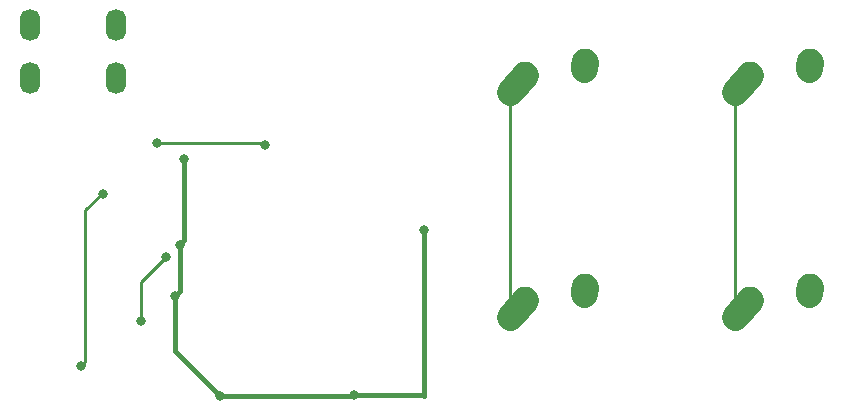
<source format=gtl>
G04 #@! TF.GenerationSoftware,KiCad,Pcbnew,(5.1.4)-1*
G04 #@! TF.CreationDate,2021-03-02T11:58:10-08:00*
G04 #@! TF.ProjectId,NMB-75,4e4d422d-3735-42e6-9b69-6361645f7063,rev?*
G04 #@! TF.SameCoordinates,Original*
G04 #@! TF.FileFunction,Copper,L1,Top*
G04 #@! TF.FilePolarity,Positive*
%FSLAX46Y46*%
G04 Gerber Fmt 4.6, Leading zero omitted, Abs format (unit mm)*
G04 Created by KiCad (PCBNEW (5.1.4)-1) date 2021-03-02 11:58:10*
%MOMM*%
%LPD*%
G04 APERTURE LIST*
%ADD10O,1.700000X2.700000*%
%ADD11C,2.250000*%
%ADD12C,2.250000*%
%ADD13C,0.800000*%
%ADD14C,0.254000*%
%ADD15C,0.381000*%
G04 APERTURE END LIST*
D10*
X93251000Y-83511000D03*
X100551000Y-83511000D03*
X100551000Y-88011000D03*
X93251000Y-88011000D03*
D11*
X154218000Y-106775750D03*
X153563001Y-107505750D03*
D12*
X152908000Y-108235750D02*
X154218002Y-106775750D01*
D11*
X159258000Y-105695750D03*
X159238000Y-105985750D03*
D12*
X159218000Y-106275750D02*
X159258000Y-105695750D01*
D11*
X135168000Y-106775750D03*
X134513001Y-107505750D03*
D12*
X133858000Y-108235750D02*
X135168002Y-106775750D01*
D11*
X140208000Y-105695750D03*
X140188000Y-105985750D03*
D12*
X140168000Y-106275750D02*
X140208000Y-105695750D01*
D11*
X154218000Y-87725750D03*
X153563001Y-88455750D03*
D12*
X152908000Y-89185750D02*
X154218002Y-87725750D01*
D11*
X159258000Y-86645750D03*
X159238000Y-86935750D03*
D12*
X159218000Y-87225750D02*
X159258000Y-86645750D01*
D11*
X135168000Y-87725750D03*
X134513001Y-88455750D03*
D12*
X133858000Y-89185750D02*
X135168002Y-87725750D01*
D11*
X140208000Y-86645750D03*
X140188000Y-86935750D03*
D12*
X140168000Y-87225750D02*
X140208000Y-86645750D01*
D13*
X104013000Y-93472000D03*
X113169823Y-93648958D03*
X102616000Y-108585000D03*
X104775000Y-103124000D03*
X109347000Y-114935000D03*
X120650000Y-114808000D03*
X126619000Y-100838000D03*
X105537000Y-106426000D03*
X105918000Y-102108000D03*
X106299000Y-94869000D03*
X97536000Y-112395000D03*
X99441000Y-97790000D03*
D14*
X104013000Y-93472000D02*
X112992865Y-93472000D01*
X112992865Y-93472000D02*
X113169823Y-93648958D01*
X102616000Y-108585000D02*
X102616000Y-105283000D01*
X102616000Y-105283000D02*
X104775000Y-103124000D01*
D15*
X109347000Y-114935000D02*
X120523000Y-114935000D01*
X120523000Y-114935000D02*
X120650000Y-114808000D01*
X126492000Y-114808000D02*
X120650000Y-114808000D01*
X126619000Y-100838000D02*
X126619000Y-114935000D01*
X126619000Y-114935000D02*
X126492000Y-114808000D01*
X105537000Y-111125000D02*
X109347000Y-114935000D01*
X105537000Y-106426000D02*
X105537000Y-111125000D01*
X105936999Y-102126999D02*
X105918000Y-102108000D01*
X105537000Y-106426000D02*
X105936999Y-106026001D01*
X105936999Y-106026001D02*
X105936999Y-102126999D01*
X106299000Y-101727000D02*
X105918000Y-102108000D01*
X106299000Y-94869000D02*
X106299000Y-101727000D01*
D14*
X133858000Y-108235750D02*
X133858000Y-89185750D01*
X152908000Y-89185750D02*
X152908000Y-94615000D01*
X152908000Y-108235750D02*
X152908000Y-94615000D01*
X152908000Y-94615000D02*
X152908000Y-94500661D01*
X97935999Y-111995001D02*
X97935999Y-99168001D01*
X97536000Y-112395000D02*
X97935999Y-111995001D01*
X97935999Y-99168001D02*
X99314000Y-97790000D01*
X99314000Y-97790000D02*
X99441000Y-97790000D01*
M02*

</source>
